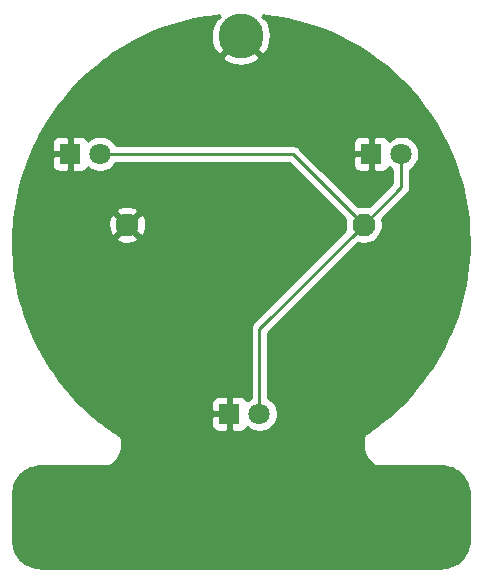
<source format=gbr>
%TF.GenerationSoftware,KiCad,Pcbnew,5.1.6*%
%TF.CreationDate,2020-09-20T17:35:54+02:00*%
%TF.ProjectId,ICanSolder,4943616e-536f-46c6-9465-722e6b696361,rev?*%
%TF.SameCoordinates,Original*%
%TF.FileFunction,Copper,L2,Bot*%
%TF.FilePolarity,Positive*%
%FSLAX46Y46*%
G04 Gerber Fmt 4.6, Leading zero omitted, Abs format (unit mm)*
G04 Created by KiCad (PCBNEW 5.1.6) date 2020-09-20 17:35:54*
%MOMM*%
%LPD*%
G01*
G04 APERTURE LIST*
%TA.AperFunction,ComponentPad*%
%ADD10C,3.800000*%
%TD*%
%TA.AperFunction,ComponentPad*%
%ADD11C,1.800000*%
%TD*%
%TA.AperFunction,ComponentPad*%
%ADD12R,1.800000X1.800000*%
%TD*%
%TA.AperFunction,ComponentPad*%
%ADD13C,1.948180*%
%TD*%
%TA.AperFunction,Conductor*%
%ADD14C,0.250000*%
%TD*%
%TA.AperFunction,Conductor*%
%ADD15C,0.254000*%
%TD*%
G04 APERTURE END LIST*
D10*
%TO.P,H1,1*%
%TO.N,GND*%
X180962489Y-98000000D03*
%TD*%
D11*
%TO.P,D1,2*%
%TO.N,VCC*%
X169040000Y-108000000D03*
D12*
%TO.P,D1,1*%
%TO.N,GND*%
X166500000Y-108000000D03*
%TD*%
D11*
%TO.P,D3,2*%
%TO.N,VCC*%
X194540000Y-108000000D03*
D12*
%TO.P,D3,1*%
%TO.N,GND*%
X192000000Y-108000000D03*
%TD*%
D11*
%TO.P,D2,2*%
%TO.N,VCC*%
X182540000Y-130000000D03*
D12*
%TO.P,D2,1*%
%TO.N,GND*%
X180000000Y-130000000D03*
%TD*%
D13*
%TO.P,BT1,2*%
%TO.N,GND*%
X171351680Y-114000000D03*
%TO.P,BT1,1*%
%TO.N,VCC*%
X191349100Y-114000000D03*
%TD*%
D14*
%TO.N,VCC*%
X182540000Y-122809100D02*
X191349100Y-114000000D01*
X182540000Y-130000000D02*
X182540000Y-122809100D01*
X194540000Y-110809100D02*
X191349100Y-114000000D01*
X194540000Y-108000000D02*
X194540000Y-110809100D01*
X185349100Y-108000000D02*
X191349100Y-114000000D01*
X169040000Y-108000000D02*
X185349100Y-108000000D01*
%TD*%
D15*
%TO.N,GND*%
G36*
X182935944Y-96285054D02*
G01*
X183901653Y-96407837D01*
X184851881Y-96577510D01*
X185784727Y-96792532D01*
X186699616Y-97052435D01*
X187596323Y-97355809D01*
X188472331Y-97700992D01*
X189326644Y-98087702D01*
X190158597Y-98513390D01*
X190966324Y-98977877D01*
X191749165Y-99479902D01*
X192505489Y-100018071D01*
X193234810Y-100590541D01*
X193934835Y-101197315D01*
X194604798Y-101836349D01*
X195243713Y-102506216D01*
X195850092Y-103206427D01*
X196423142Y-103935777D01*
X196961280Y-104691880D01*
X197463065Y-105474831D01*
X197927866Y-106282829D01*
X198353909Y-107114432D01*
X198739910Y-107969127D01*
X199085349Y-108844933D01*
X199388780Y-109740877D01*
X199648497Y-110656139D01*
X199863606Y-111589723D01*
X200033256Y-112539351D01*
X200155918Y-113505132D01*
X200230802Y-114484983D01*
X200255915Y-115481003D01*
X200242924Y-116193933D01*
X200203585Y-116904385D01*
X200138164Y-117609661D01*
X200047952Y-118308454D01*
X199932476Y-119001030D01*
X199792464Y-119686676D01*
X199628193Y-120364303D01*
X199440194Y-121033310D01*
X199228080Y-121694162D01*
X198993550Y-122345912D01*
X198735582Y-122986746D01*
X198455367Y-123618000D01*
X198153692Y-124237699D01*
X197829750Y-124845474D01*
X197484666Y-125441575D01*
X197119144Y-126024210D01*
X196732170Y-126593938D01*
X196325780Y-127150105D01*
X195899826Y-127690718D01*
X195453682Y-128216585D01*
X194989090Y-128726665D01*
X194505425Y-129220806D01*
X194003704Y-129697991D01*
X193484398Y-130158036D01*
X192947128Y-130599502D01*
X192393181Y-131022884D01*
X191821651Y-131427069D01*
X191686893Y-131515332D01*
X191673023Y-131521655D01*
X191630575Y-131552220D01*
X191615073Y-131562373D01*
X191603259Y-131571888D01*
X191563523Y-131600500D01*
X191550825Y-131614120D01*
X191536318Y-131625804D01*
X191504897Y-131663382D01*
X191471509Y-131699193D01*
X191461713Y-131715027D01*
X191449763Y-131729318D01*
X191426280Y-131772298D01*
X191400516Y-131813941D01*
X191393995Y-131831387D01*
X191385066Y-131847730D01*
X191370422Y-131894457D01*
X191365112Y-131908664D01*
X191360357Y-131926574D01*
X191344714Y-131976488D01*
X191343081Y-131991641D01*
X191330552Y-132038828D01*
X191323677Y-132062146D01*
X191321929Y-132071308D01*
X191319533Y-132080331D01*
X191315626Y-132104335D01*
X191297728Y-132198129D01*
X191292176Y-132224395D01*
X191291432Y-132231126D01*
X191290161Y-132237785D01*
X191287736Y-132264547D01*
X191277069Y-132361010D01*
X191273740Y-132385082D01*
X191273373Y-132394433D01*
X191272345Y-132403728D01*
X191272054Y-132428016D01*
X191268291Y-132523874D01*
X191266676Y-132548026D01*
X191266972Y-132557456D01*
X191266602Y-132566888D01*
X191268028Y-132591059D01*
X191270215Y-132660675D01*
X191270049Y-132680714D01*
X191271271Y-132694277D01*
X191271699Y-132707890D01*
X191274289Y-132727764D01*
X191280198Y-132793333D01*
X191281387Y-132814965D01*
X191283215Y-132826812D01*
X191284291Y-132838752D01*
X191288342Y-132860040D01*
X191298040Y-132922894D01*
X191300126Y-132941737D01*
X191303165Y-132956109D01*
X191305407Y-132970637D01*
X191310124Y-132989012D01*
X191323201Y-133050850D01*
X191327014Y-133072493D01*
X191330154Y-133083726D01*
X191332570Y-133095152D01*
X191339208Y-133116119D01*
X191356164Y-133176784D01*
X191360714Y-133196034D01*
X191365206Y-133209134D01*
X191368941Y-133222499D01*
X191376119Y-133240965D01*
X191395993Y-133298933D01*
X191401956Y-133318738D01*
X191406904Y-133330754D01*
X191411114Y-133343034D01*
X191419699Y-133361828D01*
X191442700Y-133417690D01*
X191449350Y-133435956D01*
X191455502Y-133448779D01*
X191460915Y-133461926D01*
X191470040Y-133479084D01*
X191496243Y-133533705D01*
X191504844Y-133553392D01*
X191510767Y-133563980D01*
X191516028Y-133574946D01*
X191527199Y-133593352D01*
X191555956Y-133644756D01*
X191564013Y-133660843D01*
X191572380Y-133674115D01*
X191580031Y-133687791D01*
X191590300Y-133702539D01*
X191620948Y-133751152D01*
X191631149Y-133768811D01*
X191638868Y-133779577D01*
X191645939Y-133790793D01*
X191658467Y-133806912D01*
X191693205Y-133855363D01*
X191704324Y-133872231D01*
X191712791Y-133882681D01*
X191720630Y-133893614D01*
X191733955Y-133908801D01*
X191770795Y-133954267D01*
X191782383Y-133969849D01*
X191791959Y-133980386D01*
X191800928Y-133991456D01*
X191814576Y-134005276D01*
X191853358Y-134047953D01*
X191865769Y-134062810D01*
X191875968Y-134072833D01*
X191885584Y-134083415D01*
X191899943Y-134096395D01*
X191941028Y-134136772D01*
X191954318Y-134150963D01*
X191965008Y-134160339D01*
X191975148Y-134170304D01*
X191990284Y-134182507D01*
X192033387Y-134220311D01*
X192047344Y-134233627D01*
X192058664Y-134242480D01*
X192069468Y-134251956D01*
X192085148Y-134263193D01*
X192135499Y-134302573D01*
X192181438Y-134340274D01*
X192218380Y-134360020D01*
X192253727Y-134382455D01*
X192277730Y-134391743D01*
X192300439Y-134403881D01*
X192340520Y-134416039D01*
X192379568Y-134431149D01*
X192404924Y-134435576D01*
X192429562Y-134443050D01*
X192471243Y-134447155D01*
X192512490Y-134454357D01*
X192571852Y-134452962D01*
X197917547Y-134452962D01*
X198173228Y-134465724D01*
X198404072Y-134500893D01*
X198626113Y-134557629D01*
X198838291Y-134634933D01*
X199040524Y-134732176D01*
X199230862Y-134847396D01*
X199408662Y-134980543D01*
X199572983Y-135129740D01*
X199722374Y-135294255D01*
X199855158Y-135471639D01*
X199970433Y-135662270D01*
X200067880Y-135864927D01*
X200145290Y-136076836D01*
X200201759Y-136298633D01*
X200237004Y-136529779D01*
X200249988Y-136785709D01*
X200249987Y-140695367D01*
X200237004Y-140951056D01*
X200201746Y-141182487D01*
X200145290Y-141404234D01*
X200067880Y-141616143D01*
X199970506Y-141818648D01*
X199855157Y-142009198D01*
X199722372Y-142186788D01*
X199572979Y-142351100D01*
X199408664Y-142500497D01*
X199231078Y-142633279D01*
X199040524Y-142748630D01*
X198838026Y-142846000D01*
X198626109Y-142923412D01*
X198404356Y-142979869D01*
X198172933Y-143015126D01*
X197917250Y-143028108D01*
X164007775Y-143028108D01*
X163752073Y-143015126D01*
X163520683Y-142979871D01*
X163298968Y-142923418D01*
X163087047Y-142845998D01*
X162884392Y-142748571D01*
X162693866Y-142633311D01*
X162516470Y-142500534D01*
X162351978Y-142351089D01*
X162202712Y-142186806D01*
X162069704Y-142009025D01*
X161954391Y-141818671D01*
X161857187Y-141616307D01*
X161779718Y-141404179D01*
X161723200Y-141182428D01*
X161687993Y-140951204D01*
X161675097Y-140695490D01*
X161675097Y-136785565D01*
X161687994Y-136529631D01*
X161723187Y-136298692D01*
X161779718Y-136076891D01*
X161857187Y-135864763D01*
X161954462Y-135662251D01*
X162069702Y-135471813D01*
X162202714Y-135294233D01*
X162351967Y-135129758D01*
X162516469Y-134980508D01*
X162694079Y-134847366D01*
X162884392Y-134732235D01*
X163086789Y-134634933D01*
X163298965Y-134557622D01*
X163520971Y-134500891D01*
X163751784Y-134465724D01*
X164007495Y-134452962D01*
X169610195Y-134452962D01*
X169669732Y-134454328D01*
X169710786Y-134447136D01*
X169752273Y-134443050D01*
X169777095Y-134435520D01*
X169802642Y-134431045D01*
X169841504Y-134415982D01*
X169881396Y-134403881D01*
X169904274Y-134391653D01*
X169928455Y-134382280D01*
X169963630Y-134359926D01*
X170000397Y-134340274D01*
X170046469Y-134302463D01*
X170096381Y-134263381D01*
X170111525Y-134252561D01*
X170122859Y-134242649D01*
X170134704Y-134233374D01*
X170148159Y-134220523D01*
X170191339Y-134182759D01*
X170206901Y-134170207D01*
X170216638Y-134160633D01*
X170226923Y-134151639D01*
X170240615Y-134137060D01*
X170282245Y-134096131D01*
X170296773Y-134082974D01*
X170306218Y-134072561D01*
X170316244Y-134062704D01*
X170328805Y-134047660D01*
X170367679Y-134004804D01*
X170381322Y-133990962D01*
X170390265Y-133979904D01*
X170399823Y-133969366D01*
X170411410Y-133953755D01*
X170447903Y-133908628D01*
X170460960Y-133893756D01*
X170469050Y-133882479D01*
X170477769Y-133871697D01*
X170488639Y-133855173D01*
X170522803Y-133807548D01*
X170534976Y-133791952D01*
X170542396Y-133780236D01*
X170550483Y-133768963D01*
X170560388Y-133751828D01*
X170591667Y-133702440D01*
X170602781Y-133686396D01*
X170609664Y-133674023D01*
X170617231Y-133662075D01*
X170625998Y-133644660D01*
X170654624Y-133593202D01*
X170665047Y-133576102D01*
X170670962Y-133563832D01*
X170677590Y-133551918D01*
X170685567Y-133533538D01*
X170711702Y-133479326D01*
X170721300Y-133461231D01*
X170726305Y-133449038D01*
X170732027Y-133437168D01*
X170739071Y-133417935D01*
X170762273Y-133361404D01*
X170770739Y-133342856D01*
X170775044Y-133330289D01*
X170780082Y-133318014D01*
X170785932Y-133298503D01*
X170805739Y-133240682D01*
X170812940Y-133222124D01*
X170816638Y-133208865D01*
X170821096Y-133195850D01*
X170825668Y-133176486D01*
X170842344Y-133116690D01*
X170848729Y-133096680D01*
X170851378Y-133084294D01*
X170854777Y-133072107D01*
X170858407Y-133051435D01*
X170871719Y-132989196D01*
X170876745Y-132969474D01*
X170878753Y-132956311D01*
X170881536Y-132943298D01*
X170883820Y-132923085D01*
X170893481Y-132859746D01*
X170897383Y-132839337D01*
X170898550Y-132826512D01*
X170900491Y-132813785D01*
X170901596Y-132793033D01*
X170907551Y-132727579D01*
X170910214Y-132706916D01*
X170910599Y-132694075D01*
X170911761Y-132681305D01*
X170911606Y-132660497D01*
X170913787Y-132587807D01*
X170915133Y-132561356D01*
X170914794Y-132554204D01*
X170915009Y-132547049D01*
X170913205Y-132520639D01*
X170907907Y-132408727D01*
X170907042Y-132380725D01*
X170906317Y-132375140D01*
X170906051Y-132369519D01*
X170901994Y-132341829D01*
X170887835Y-132232738D01*
X170881345Y-132172890D01*
X170869048Y-132133744D01*
X170859802Y-132093760D01*
X170848876Y-132069527D01*
X170840907Y-132044159D01*
X170821205Y-132008157D01*
X170804340Y-131970752D01*
X170788894Y-131949113D01*
X170776131Y-131925791D01*
X170749789Y-131894330D01*
X170725946Y-131860928D01*
X170706574Y-131842718D01*
X170689507Y-131822334D01*
X170657524Y-131796609D01*
X170627632Y-131768509D01*
X170576564Y-131736622D01*
X170103110Y-131426969D01*
X169531940Y-131022914D01*
X169371121Y-130900000D01*
X178461928Y-130900000D01*
X178474188Y-131024482D01*
X178510498Y-131144180D01*
X178569463Y-131254494D01*
X178648815Y-131351185D01*
X178745506Y-131430537D01*
X178855820Y-131489502D01*
X178975518Y-131525812D01*
X179100000Y-131538072D01*
X179714250Y-131535000D01*
X179873000Y-131376250D01*
X179873000Y-130127000D01*
X178623750Y-130127000D01*
X178465000Y-130285750D01*
X178461928Y-130900000D01*
X169371121Y-130900000D01*
X168977948Y-130599498D01*
X168440506Y-130157996D01*
X167921221Y-129698015D01*
X167419557Y-129220862D01*
X167301283Y-129100000D01*
X178461928Y-129100000D01*
X178465000Y-129714250D01*
X178623750Y-129873000D01*
X179873000Y-129873000D01*
X179873000Y-128623750D01*
X179714250Y-128465000D01*
X179100000Y-128461928D01*
X178975518Y-128474188D01*
X178855820Y-128510498D01*
X178745506Y-128569463D01*
X178648815Y-128648815D01*
X178569463Y-128745506D01*
X178510498Y-128855820D01*
X178474188Y-128975518D01*
X178461928Y-129100000D01*
X167301283Y-129100000D01*
X166935961Y-128726688D01*
X166471370Y-128216695D01*
X166025596Y-127690722D01*
X165599052Y-127149976D01*
X165192845Y-126593990D01*
X164805905Y-126024202D01*
X164440230Y-125441566D01*
X164095300Y-124845553D01*
X163771419Y-124237706D01*
X163469540Y-123617955D01*
X163189456Y-122986828D01*
X162931548Y-122345956D01*
X162697007Y-121694171D01*
X162484854Y-121033282D01*
X162296798Y-120364351D01*
X162132604Y-119686622D01*
X161992395Y-119001006D01*
X161877132Y-118308479D01*
X161786784Y-117609619D01*
X161721392Y-116904387D01*
X161681976Y-116193946D01*
X161669062Y-115481024D01*
X161678227Y-115116935D01*
X170414350Y-115116935D01*
X170506985Y-115378688D01*
X170792185Y-115516989D01*
X171098885Y-115596992D01*
X171415300Y-115615624D01*
X171729270Y-115572169D01*
X172028730Y-115468297D01*
X172196375Y-115378688D01*
X172289010Y-115116935D01*
X171351680Y-114179605D01*
X170414350Y-115116935D01*
X161678227Y-115116935D01*
X161694074Y-114487436D01*
X161726307Y-114063620D01*
X169736056Y-114063620D01*
X169779511Y-114377590D01*
X169883383Y-114677050D01*
X169972992Y-114844695D01*
X170234745Y-114937330D01*
X171172075Y-114000000D01*
X171531285Y-114000000D01*
X172468615Y-114937330D01*
X172730368Y-114844695D01*
X172868669Y-114559495D01*
X172948672Y-114252795D01*
X172967304Y-113936380D01*
X172923849Y-113622410D01*
X172819977Y-113322950D01*
X172730368Y-113155305D01*
X172468615Y-113062670D01*
X171531285Y-114000000D01*
X171172075Y-114000000D01*
X170234745Y-113062670D01*
X169972992Y-113155305D01*
X169834691Y-113440505D01*
X169754688Y-113747205D01*
X169736056Y-114063620D01*
X161726307Y-114063620D01*
X161768443Y-113509606D01*
X161847952Y-112883065D01*
X170414350Y-112883065D01*
X171351680Y-113820395D01*
X172289010Y-112883065D01*
X172196375Y-112621312D01*
X171911175Y-112483011D01*
X171604475Y-112403008D01*
X171288060Y-112384376D01*
X170974090Y-112427831D01*
X170674630Y-112531703D01*
X170506985Y-112621312D01*
X170414350Y-112883065D01*
X161847952Y-112883065D01*
X161890754Y-112545785D01*
X162059401Y-111597682D01*
X162273920Y-110666328D01*
X162532848Y-109752802D01*
X162820614Y-108900000D01*
X164961928Y-108900000D01*
X164974188Y-109024482D01*
X165010498Y-109144180D01*
X165069463Y-109254494D01*
X165148815Y-109351185D01*
X165245506Y-109430537D01*
X165355820Y-109489502D01*
X165475518Y-109525812D01*
X165600000Y-109538072D01*
X166214250Y-109535000D01*
X166373000Y-109376250D01*
X166373000Y-108127000D01*
X165123750Y-108127000D01*
X164965000Y-108285750D01*
X164961928Y-108900000D01*
X162820614Y-108900000D01*
X162834690Y-108858287D01*
X163178928Y-107983694D01*
X163563626Y-107130485D01*
X163579207Y-107100000D01*
X164961928Y-107100000D01*
X164965000Y-107714250D01*
X165123750Y-107873000D01*
X166373000Y-107873000D01*
X166373000Y-106623750D01*
X166627000Y-106623750D01*
X166627000Y-107873000D01*
X166647000Y-107873000D01*
X166647000Y-108127000D01*
X166627000Y-108127000D01*
X166627000Y-109376250D01*
X166785750Y-109535000D01*
X167400000Y-109538072D01*
X167524482Y-109525812D01*
X167644180Y-109489502D01*
X167754494Y-109430537D01*
X167851185Y-109351185D01*
X167930537Y-109254494D01*
X167989502Y-109144180D01*
X167995056Y-109125873D01*
X168061495Y-109192312D01*
X168312905Y-109360299D01*
X168592257Y-109476011D01*
X168888816Y-109535000D01*
X169191184Y-109535000D01*
X169487743Y-109476011D01*
X169767095Y-109360299D01*
X170018505Y-109192312D01*
X170232312Y-108978505D01*
X170378313Y-108760000D01*
X185034299Y-108760000D01*
X189802753Y-113528456D01*
X189801846Y-113530646D01*
X189740010Y-113841518D01*
X189740010Y-114158482D01*
X189801846Y-114469354D01*
X189802753Y-114471545D01*
X182028998Y-122245301D01*
X182000000Y-122269099D01*
X181976202Y-122298097D01*
X181976201Y-122298098D01*
X181905026Y-122384824D01*
X181834454Y-122516854D01*
X181790998Y-122660115D01*
X181776324Y-122809100D01*
X181780001Y-122846432D01*
X181780000Y-128661687D01*
X181561495Y-128807688D01*
X181495056Y-128874127D01*
X181489502Y-128855820D01*
X181430537Y-128745506D01*
X181351185Y-128648815D01*
X181254494Y-128569463D01*
X181144180Y-128510498D01*
X181024482Y-128474188D01*
X180900000Y-128461928D01*
X180285750Y-128465000D01*
X180127000Y-128623750D01*
X180127000Y-129873000D01*
X180147000Y-129873000D01*
X180147000Y-130127000D01*
X180127000Y-130127000D01*
X180127000Y-131376250D01*
X180285750Y-131535000D01*
X180900000Y-131538072D01*
X181024482Y-131525812D01*
X181144180Y-131489502D01*
X181254494Y-131430537D01*
X181351185Y-131351185D01*
X181430537Y-131254494D01*
X181489502Y-131144180D01*
X181495056Y-131125873D01*
X181561495Y-131192312D01*
X181812905Y-131360299D01*
X182092257Y-131476011D01*
X182388816Y-131535000D01*
X182691184Y-131535000D01*
X182987743Y-131476011D01*
X183267095Y-131360299D01*
X183518505Y-131192312D01*
X183732312Y-130978505D01*
X183900299Y-130727095D01*
X184016011Y-130447743D01*
X184075000Y-130151184D01*
X184075000Y-129848816D01*
X184016011Y-129552257D01*
X183900299Y-129272905D01*
X183732312Y-129021495D01*
X183518505Y-128807688D01*
X183300000Y-128661687D01*
X183300000Y-123123901D01*
X190877555Y-115546347D01*
X190879746Y-115547254D01*
X191190618Y-115609090D01*
X191507582Y-115609090D01*
X191818454Y-115547254D01*
X192111290Y-115425957D01*
X192374835Y-115249862D01*
X192598962Y-115025735D01*
X192775057Y-114762190D01*
X192896354Y-114469354D01*
X192958190Y-114158482D01*
X192958190Y-113841518D01*
X192896354Y-113530646D01*
X192895446Y-113528455D01*
X195051003Y-111372899D01*
X195080001Y-111349101D01*
X195116163Y-111305038D01*
X195174974Y-111233377D01*
X195245546Y-111101347D01*
X195270241Y-111019936D01*
X195289003Y-110958086D01*
X195300000Y-110846433D01*
X195300000Y-110846424D01*
X195303676Y-110809101D01*
X195300000Y-110771778D01*
X195300000Y-109338313D01*
X195518505Y-109192312D01*
X195732312Y-108978505D01*
X195900299Y-108727095D01*
X196016011Y-108447743D01*
X196075000Y-108151184D01*
X196075000Y-107848816D01*
X196016011Y-107552257D01*
X195900299Y-107272905D01*
X195732312Y-107021495D01*
X195518505Y-106807688D01*
X195267095Y-106639701D01*
X194987743Y-106523989D01*
X194691184Y-106465000D01*
X194388816Y-106465000D01*
X194092257Y-106523989D01*
X193812905Y-106639701D01*
X193561495Y-106807688D01*
X193495056Y-106874127D01*
X193489502Y-106855820D01*
X193430537Y-106745506D01*
X193351185Y-106648815D01*
X193254494Y-106569463D01*
X193144180Y-106510498D01*
X193024482Y-106474188D01*
X192900000Y-106461928D01*
X192285750Y-106465000D01*
X192127000Y-106623750D01*
X192127000Y-107873000D01*
X192147000Y-107873000D01*
X192147000Y-108127000D01*
X192127000Y-108127000D01*
X192127000Y-109376250D01*
X192285750Y-109535000D01*
X192900000Y-109538072D01*
X193024482Y-109525812D01*
X193144180Y-109489502D01*
X193254494Y-109430537D01*
X193351185Y-109351185D01*
X193430537Y-109254494D01*
X193489502Y-109144180D01*
X193495056Y-109125873D01*
X193561495Y-109192312D01*
X193780000Y-109338313D01*
X193780001Y-110494297D01*
X191820645Y-112453654D01*
X191818454Y-112452746D01*
X191507582Y-112390910D01*
X191190618Y-112390910D01*
X190879746Y-112452746D01*
X190877556Y-112453653D01*
X187323902Y-108900000D01*
X190461928Y-108900000D01*
X190474188Y-109024482D01*
X190510498Y-109144180D01*
X190569463Y-109254494D01*
X190648815Y-109351185D01*
X190745506Y-109430537D01*
X190855820Y-109489502D01*
X190975518Y-109525812D01*
X191100000Y-109538072D01*
X191714250Y-109535000D01*
X191873000Y-109376250D01*
X191873000Y-108127000D01*
X190623750Y-108127000D01*
X190465000Y-108285750D01*
X190461928Y-108900000D01*
X187323902Y-108900000D01*
X185912904Y-107489003D01*
X185889101Y-107459999D01*
X185773376Y-107365026D01*
X185641347Y-107294454D01*
X185498086Y-107250997D01*
X185386433Y-107240000D01*
X185386422Y-107240000D01*
X185349100Y-107236324D01*
X185311778Y-107240000D01*
X170378313Y-107240000D01*
X170284768Y-107100000D01*
X190461928Y-107100000D01*
X190465000Y-107714250D01*
X190623750Y-107873000D01*
X191873000Y-107873000D01*
X191873000Y-106623750D01*
X191714250Y-106465000D01*
X191100000Y-106461928D01*
X190975518Y-106474188D01*
X190855820Y-106510498D01*
X190745506Y-106569463D01*
X190648815Y-106648815D01*
X190569463Y-106745506D01*
X190510498Y-106855820D01*
X190474188Y-106975518D01*
X190461928Y-107100000D01*
X170284768Y-107100000D01*
X170232312Y-107021495D01*
X170018505Y-106807688D01*
X169767095Y-106639701D01*
X169487743Y-106523989D01*
X169191184Y-106465000D01*
X168888816Y-106465000D01*
X168592257Y-106523989D01*
X168312905Y-106639701D01*
X168061495Y-106807688D01*
X167995056Y-106874127D01*
X167989502Y-106855820D01*
X167930537Y-106745506D01*
X167851185Y-106648815D01*
X167754494Y-106569463D01*
X167644180Y-106510498D01*
X167524482Y-106474188D01*
X167400000Y-106461928D01*
X166785750Y-106465000D01*
X166627000Y-106623750D01*
X166373000Y-106623750D01*
X166214250Y-106465000D01*
X165600000Y-106461928D01*
X165475518Y-106474188D01*
X165355820Y-106510498D01*
X165245506Y-106569463D01*
X165148815Y-106648815D01*
X165069463Y-106745506D01*
X165010498Y-106855820D01*
X164974188Y-106975518D01*
X164961928Y-107100000D01*
X163579207Y-107100000D01*
X163988283Y-106299642D01*
X164450823Y-105492796D01*
X164950894Y-104711275D01*
X165487002Y-103955010D01*
X166057420Y-103226888D01*
X166661822Y-102527174D01*
X167298683Y-101857375D01*
X167966636Y-101218869D01*
X168664461Y-100611899D01*
X169391101Y-100038978D01*
X169758969Y-99776349D01*
X179365745Y-99776349D01*
X179569851Y-100132867D01*
X180012712Y-100363575D01*
X180492072Y-100503452D01*
X180989510Y-100547123D01*
X181485911Y-100492909D01*
X181962196Y-100342894D01*
X182355127Y-100132867D01*
X182559233Y-99776349D01*
X180962489Y-98179605D01*
X179365745Y-99776349D01*
X169758969Y-99776349D01*
X170144744Y-99500936D01*
X170925345Y-98998338D01*
X171730642Y-98532820D01*
X172559972Y-98106181D01*
X173411755Y-97718463D01*
X174285269Y-97371749D01*
X175178874Y-97066900D01*
X176091747Y-96805008D01*
X177022277Y-96587968D01*
X177969927Y-96415801D01*
X178933095Y-96290541D01*
X179082241Y-96278740D01*
X179071931Y-96289050D01*
X179186138Y-96403257D01*
X178829622Y-96607362D01*
X178598914Y-97050223D01*
X178459037Y-97529583D01*
X178415366Y-98027021D01*
X178469580Y-98523422D01*
X178619595Y-98999707D01*
X178829622Y-99392638D01*
X179186140Y-99596744D01*
X180782884Y-98000000D01*
X180768742Y-97985858D01*
X180948347Y-97806253D01*
X180962489Y-97820395D01*
X180976632Y-97806253D01*
X181156237Y-97985858D01*
X181142094Y-98000000D01*
X182738838Y-99596744D01*
X183095356Y-99392638D01*
X183326064Y-98949777D01*
X183465941Y-98470417D01*
X183509612Y-97972979D01*
X183455398Y-97476578D01*
X183305383Y-97000293D01*
X183095356Y-96607362D01*
X182738840Y-96403257D01*
X182853047Y-96289050D01*
X182841866Y-96277869D01*
X182935944Y-96285054D01*
G37*
X182935944Y-96285054D02*
X183901653Y-96407837D01*
X184851881Y-96577510D01*
X185784727Y-96792532D01*
X186699616Y-97052435D01*
X187596323Y-97355809D01*
X188472331Y-97700992D01*
X189326644Y-98087702D01*
X190158597Y-98513390D01*
X190966324Y-98977877D01*
X191749165Y-99479902D01*
X192505489Y-100018071D01*
X193234810Y-100590541D01*
X193934835Y-101197315D01*
X194604798Y-101836349D01*
X195243713Y-102506216D01*
X195850092Y-103206427D01*
X196423142Y-103935777D01*
X196961280Y-104691880D01*
X197463065Y-105474831D01*
X197927866Y-106282829D01*
X198353909Y-107114432D01*
X198739910Y-107969127D01*
X199085349Y-108844933D01*
X199388780Y-109740877D01*
X199648497Y-110656139D01*
X199863606Y-111589723D01*
X200033256Y-112539351D01*
X200155918Y-113505132D01*
X200230802Y-114484983D01*
X200255915Y-115481003D01*
X200242924Y-116193933D01*
X200203585Y-116904385D01*
X200138164Y-117609661D01*
X200047952Y-118308454D01*
X199932476Y-119001030D01*
X199792464Y-119686676D01*
X199628193Y-120364303D01*
X199440194Y-121033310D01*
X199228080Y-121694162D01*
X198993550Y-122345912D01*
X198735582Y-122986746D01*
X198455367Y-123618000D01*
X198153692Y-124237699D01*
X197829750Y-124845474D01*
X197484666Y-125441575D01*
X197119144Y-126024210D01*
X196732170Y-126593938D01*
X196325780Y-127150105D01*
X195899826Y-127690718D01*
X195453682Y-128216585D01*
X194989090Y-128726665D01*
X194505425Y-129220806D01*
X194003704Y-129697991D01*
X193484398Y-130158036D01*
X192947128Y-130599502D01*
X192393181Y-131022884D01*
X191821651Y-131427069D01*
X191686893Y-131515332D01*
X191673023Y-131521655D01*
X191630575Y-131552220D01*
X191615073Y-131562373D01*
X191603259Y-131571888D01*
X191563523Y-131600500D01*
X191550825Y-131614120D01*
X191536318Y-131625804D01*
X191504897Y-131663382D01*
X191471509Y-131699193D01*
X191461713Y-131715027D01*
X191449763Y-131729318D01*
X191426280Y-131772298D01*
X191400516Y-131813941D01*
X191393995Y-131831387D01*
X191385066Y-131847730D01*
X191370422Y-131894457D01*
X191365112Y-131908664D01*
X191360357Y-131926574D01*
X191344714Y-131976488D01*
X191343081Y-131991641D01*
X191330552Y-132038828D01*
X191323677Y-132062146D01*
X191321929Y-132071308D01*
X191319533Y-132080331D01*
X191315626Y-132104335D01*
X191297728Y-132198129D01*
X191292176Y-132224395D01*
X191291432Y-132231126D01*
X191290161Y-132237785D01*
X191287736Y-132264547D01*
X191277069Y-132361010D01*
X191273740Y-132385082D01*
X191273373Y-132394433D01*
X191272345Y-132403728D01*
X191272054Y-132428016D01*
X191268291Y-132523874D01*
X191266676Y-132548026D01*
X191266972Y-132557456D01*
X191266602Y-132566888D01*
X191268028Y-132591059D01*
X191270215Y-132660675D01*
X191270049Y-132680714D01*
X191271271Y-132694277D01*
X191271699Y-132707890D01*
X191274289Y-132727764D01*
X191280198Y-132793333D01*
X191281387Y-132814965D01*
X191283215Y-132826812D01*
X191284291Y-132838752D01*
X191288342Y-132860040D01*
X191298040Y-132922894D01*
X191300126Y-132941737D01*
X191303165Y-132956109D01*
X191305407Y-132970637D01*
X191310124Y-132989012D01*
X191323201Y-133050850D01*
X191327014Y-133072493D01*
X191330154Y-133083726D01*
X191332570Y-133095152D01*
X191339208Y-133116119D01*
X191356164Y-133176784D01*
X191360714Y-133196034D01*
X191365206Y-133209134D01*
X191368941Y-133222499D01*
X191376119Y-133240965D01*
X191395993Y-133298933D01*
X191401956Y-133318738D01*
X191406904Y-133330754D01*
X191411114Y-133343034D01*
X191419699Y-133361828D01*
X191442700Y-133417690D01*
X191449350Y-133435956D01*
X191455502Y-133448779D01*
X191460915Y-133461926D01*
X191470040Y-133479084D01*
X191496243Y-133533705D01*
X191504844Y-133553392D01*
X191510767Y-133563980D01*
X191516028Y-133574946D01*
X191527199Y-133593352D01*
X191555956Y-133644756D01*
X191564013Y-133660843D01*
X191572380Y-133674115D01*
X191580031Y-133687791D01*
X191590300Y-133702539D01*
X191620948Y-133751152D01*
X191631149Y-133768811D01*
X191638868Y-133779577D01*
X191645939Y-133790793D01*
X191658467Y-133806912D01*
X191693205Y-133855363D01*
X191704324Y-133872231D01*
X191712791Y-133882681D01*
X191720630Y-133893614D01*
X191733955Y-133908801D01*
X191770795Y-133954267D01*
X191782383Y-133969849D01*
X191791959Y-133980386D01*
X191800928Y-133991456D01*
X191814576Y-134005276D01*
X191853358Y-134047953D01*
X191865769Y-134062810D01*
X191875968Y-134072833D01*
X191885584Y-134083415D01*
X191899943Y-134096395D01*
X191941028Y-134136772D01*
X191954318Y-134150963D01*
X191965008Y-134160339D01*
X191975148Y-134170304D01*
X191990284Y-134182507D01*
X192033387Y-134220311D01*
X192047344Y-134233627D01*
X192058664Y-134242480D01*
X192069468Y-134251956D01*
X192085148Y-134263193D01*
X192135499Y-134302573D01*
X192181438Y-134340274D01*
X192218380Y-134360020D01*
X192253727Y-134382455D01*
X192277730Y-134391743D01*
X192300439Y-134403881D01*
X192340520Y-134416039D01*
X192379568Y-134431149D01*
X192404924Y-134435576D01*
X192429562Y-134443050D01*
X192471243Y-134447155D01*
X192512490Y-134454357D01*
X192571852Y-134452962D01*
X197917547Y-134452962D01*
X198173228Y-134465724D01*
X198404072Y-134500893D01*
X198626113Y-134557629D01*
X198838291Y-134634933D01*
X199040524Y-134732176D01*
X199230862Y-134847396D01*
X199408662Y-134980543D01*
X199572983Y-135129740D01*
X199722374Y-135294255D01*
X199855158Y-135471639D01*
X199970433Y-135662270D01*
X200067880Y-135864927D01*
X200145290Y-136076836D01*
X200201759Y-136298633D01*
X200237004Y-136529779D01*
X200249988Y-136785709D01*
X200249987Y-140695367D01*
X200237004Y-140951056D01*
X200201746Y-141182487D01*
X200145290Y-141404234D01*
X200067880Y-141616143D01*
X199970506Y-141818648D01*
X199855157Y-142009198D01*
X199722372Y-142186788D01*
X199572979Y-142351100D01*
X199408664Y-142500497D01*
X199231078Y-142633279D01*
X199040524Y-142748630D01*
X198838026Y-142846000D01*
X198626109Y-142923412D01*
X198404356Y-142979869D01*
X198172933Y-143015126D01*
X197917250Y-143028108D01*
X164007775Y-143028108D01*
X163752073Y-143015126D01*
X163520683Y-142979871D01*
X163298968Y-142923418D01*
X163087047Y-142845998D01*
X162884392Y-142748571D01*
X162693866Y-142633311D01*
X162516470Y-142500534D01*
X162351978Y-142351089D01*
X162202712Y-142186806D01*
X162069704Y-142009025D01*
X161954391Y-141818671D01*
X161857187Y-141616307D01*
X161779718Y-141404179D01*
X161723200Y-141182428D01*
X161687993Y-140951204D01*
X161675097Y-140695490D01*
X161675097Y-136785565D01*
X161687994Y-136529631D01*
X161723187Y-136298692D01*
X161779718Y-136076891D01*
X161857187Y-135864763D01*
X161954462Y-135662251D01*
X162069702Y-135471813D01*
X162202714Y-135294233D01*
X162351967Y-135129758D01*
X162516469Y-134980508D01*
X162694079Y-134847366D01*
X162884392Y-134732235D01*
X163086789Y-134634933D01*
X163298965Y-134557622D01*
X163520971Y-134500891D01*
X163751784Y-134465724D01*
X164007495Y-134452962D01*
X169610195Y-134452962D01*
X169669732Y-134454328D01*
X169710786Y-134447136D01*
X169752273Y-134443050D01*
X169777095Y-134435520D01*
X169802642Y-134431045D01*
X169841504Y-134415982D01*
X169881396Y-134403881D01*
X169904274Y-134391653D01*
X169928455Y-134382280D01*
X169963630Y-134359926D01*
X170000397Y-134340274D01*
X170046469Y-134302463D01*
X170096381Y-134263381D01*
X170111525Y-134252561D01*
X170122859Y-134242649D01*
X170134704Y-134233374D01*
X170148159Y-134220523D01*
X170191339Y-134182759D01*
X170206901Y-134170207D01*
X170216638Y-134160633D01*
X170226923Y-134151639D01*
X170240615Y-134137060D01*
X170282245Y-134096131D01*
X170296773Y-134082974D01*
X170306218Y-134072561D01*
X170316244Y-134062704D01*
X170328805Y-134047660D01*
X170367679Y-134004804D01*
X170381322Y-133990962D01*
X170390265Y-133979904D01*
X170399823Y-133969366D01*
X170411410Y-133953755D01*
X170447903Y-133908628D01*
X170460960Y-133893756D01*
X170469050Y-133882479D01*
X170477769Y-133871697D01*
X170488639Y-133855173D01*
X170522803Y-133807548D01*
X170534976Y-133791952D01*
X170542396Y-133780236D01*
X170550483Y-133768963D01*
X170560388Y-133751828D01*
X170591667Y-133702440D01*
X170602781Y-133686396D01*
X170609664Y-133674023D01*
X170617231Y-133662075D01*
X170625998Y-133644660D01*
X170654624Y-133593202D01*
X170665047Y-133576102D01*
X170670962Y-133563832D01*
X170677590Y-133551918D01*
X170685567Y-133533538D01*
X170711702Y-133479326D01*
X170721300Y-133461231D01*
X170726305Y-133449038D01*
X170732027Y-133437168D01*
X170739071Y-133417935D01*
X170762273Y-133361404D01*
X170770739Y-133342856D01*
X170775044Y-133330289D01*
X170780082Y-133318014D01*
X170785932Y-133298503D01*
X170805739Y-133240682D01*
X170812940Y-133222124D01*
X170816638Y-133208865D01*
X170821096Y-133195850D01*
X170825668Y-133176486D01*
X170842344Y-133116690D01*
X170848729Y-133096680D01*
X170851378Y-133084294D01*
X170854777Y-133072107D01*
X170858407Y-133051435D01*
X170871719Y-132989196D01*
X170876745Y-132969474D01*
X170878753Y-132956311D01*
X170881536Y-132943298D01*
X170883820Y-132923085D01*
X170893481Y-132859746D01*
X170897383Y-132839337D01*
X170898550Y-132826512D01*
X170900491Y-132813785D01*
X170901596Y-132793033D01*
X170907551Y-132727579D01*
X170910214Y-132706916D01*
X170910599Y-132694075D01*
X170911761Y-132681305D01*
X170911606Y-132660497D01*
X170913787Y-132587807D01*
X170915133Y-132561356D01*
X170914794Y-132554204D01*
X170915009Y-132547049D01*
X170913205Y-132520639D01*
X170907907Y-132408727D01*
X170907042Y-132380725D01*
X170906317Y-132375140D01*
X170906051Y-132369519D01*
X170901994Y-132341829D01*
X170887835Y-132232738D01*
X170881345Y-132172890D01*
X170869048Y-132133744D01*
X170859802Y-132093760D01*
X170848876Y-132069527D01*
X170840907Y-132044159D01*
X170821205Y-132008157D01*
X170804340Y-131970752D01*
X170788894Y-131949113D01*
X170776131Y-131925791D01*
X170749789Y-131894330D01*
X170725946Y-131860928D01*
X170706574Y-131842718D01*
X170689507Y-131822334D01*
X170657524Y-131796609D01*
X170627632Y-131768509D01*
X170576564Y-131736622D01*
X170103110Y-131426969D01*
X169531940Y-131022914D01*
X169371121Y-130900000D01*
X178461928Y-130900000D01*
X178474188Y-131024482D01*
X178510498Y-131144180D01*
X178569463Y-131254494D01*
X178648815Y-131351185D01*
X178745506Y-131430537D01*
X178855820Y-131489502D01*
X178975518Y-131525812D01*
X179100000Y-131538072D01*
X179714250Y-131535000D01*
X179873000Y-131376250D01*
X179873000Y-130127000D01*
X178623750Y-130127000D01*
X178465000Y-130285750D01*
X178461928Y-130900000D01*
X169371121Y-130900000D01*
X168977948Y-130599498D01*
X168440506Y-130157996D01*
X167921221Y-129698015D01*
X167419557Y-129220862D01*
X167301283Y-129100000D01*
X178461928Y-129100000D01*
X178465000Y-129714250D01*
X178623750Y-129873000D01*
X179873000Y-129873000D01*
X179873000Y-128623750D01*
X179714250Y-128465000D01*
X179100000Y-128461928D01*
X178975518Y-128474188D01*
X178855820Y-128510498D01*
X178745506Y-128569463D01*
X178648815Y-128648815D01*
X178569463Y-128745506D01*
X178510498Y-128855820D01*
X178474188Y-128975518D01*
X178461928Y-129100000D01*
X167301283Y-129100000D01*
X166935961Y-128726688D01*
X166471370Y-128216695D01*
X166025596Y-127690722D01*
X165599052Y-127149976D01*
X165192845Y-126593990D01*
X164805905Y-126024202D01*
X164440230Y-125441566D01*
X164095300Y-124845553D01*
X163771419Y-124237706D01*
X163469540Y-123617955D01*
X163189456Y-122986828D01*
X162931548Y-122345956D01*
X162697007Y-121694171D01*
X162484854Y-121033282D01*
X162296798Y-120364351D01*
X162132604Y-119686622D01*
X161992395Y-119001006D01*
X161877132Y-118308479D01*
X161786784Y-117609619D01*
X161721392Y-116904387D01*
X161681976Y-116193946D01*
X161669062Y-115481024D01*
X161678227Y-115116935D01*
X170414350Y-115116935D01*
X170506985Y-115378688D01*
X170792185Y-115516989D01*
X171098885Y-115596992D01*
X171415300Y-115615624D01*
X171729270Y-115572169D01*
X172028730Y-115468297D01*
X172196375Y-115378688D01*
X172289010Y-115116935D01*
X171351680Y-114179605D01*
X170414350Y-115116935D01*
X161678227Y-115116935D01*
X161694074Y-114487436D01*
X161726307Y-114063620D01*
X169736056Y-114063620D01*
X169779511Y-114377590D01*
X169883383Y-114677050D01*
X169972992Y-114844695D01*
X170234745Y-114937330D01*
X171172075Y-114000000D01*
X171531285Y-114000000D01*
X172468615Y-114937330D01*
X172730368Y-114844695D01*
X172868669Y-114559495D01*
X172948672Y-114252795D01*
X172967304Y-113936380D01*
X172923849Y-113622410D01*
X172819977Y-113322950D01*
X172730368Y-113155305D01*
X172468615Y-113062670D01*
X171531285Y-114000000D01*
X171172075Y-114000000D01*
X170234745Y-113062670D01*
X169972992Y-113155305D01*
X169834691Y-113440505D01*
X169754688Y-113747205D01*
X169736056Y-114063620D01*
X161726307Y-114063620D01*
X161768443Y-113509606D01*
X161847952Y-112883065D01*
X170414350Y-112883065D01*
X171351680Y-113820395D01*
X172289010Y-112883065D01*
X172196375Y-112621312D01*
X171911175Y-112483011D01*
X171604475Y-112403008D01*
X171288060Y-112384376D01*
X170974090Y-112427831D01*
X170674630Y-112531703D01*
X170506985Y-112621312D01*
X170414350Y-112883065D01*
X161847952Y-112883065D01*
X161890754Y-112545785D01*
X162059401Y-111597682D01*
X162273920Y-110666328D01*
X162532848Y-109752802D01*
X162820614Y-108900000D01*
X164961928Y-108900000D01*
X164974188Y-109024482D01*
X165010498Y-109144180D01*
X165069463Y-109254494D01*
X165148815Y-109351185D01*
X165245506Y-109430537D01*
X165355820Y-109489502D01*
X165475518Y-109525812D01*
X165600000Y-109538072D01*
X166214250Y-109535000D01*
X166373000Y-109376250D01*
X166373000Y-108127000D01*
X165123750Y-108127000D01*
X164965000Y-108285750D01*
X164961928Y-108900000D01*
X162820614Y-108900000D01*
X162834690Y-108858287D01*
X163178928Y-107983694D01*
X163563626Y-107130485D01*
X163579207Y-107100000D01*
X164961928Y-107100000D01*
X164965000Y-107714250D01*
X165123750Y-107873000D01*
X166373000Y-107873000D01*
X166373000Y-106623750D01*
X166627000Y-106623750D01*
X166627000Y-107873000D01*
X166647000Y-107873000D01*
X166647000Y-108127000D01*
X166627000Y-108127000D01*
X166627000Y-109376250D01*
X166785750Y-109535000D01*
X167400000Y-109538072D01*
X167524482Y-109525812D01*
X167644180Y-109489502D01*
X167754494Y-109430537D01*
X167851185Y-109351185D01*
X167930537Y-109254494D01*
X167989502Y-109144180D01*
X167995056Y-109125873D01*
X168061495Y-109192312D01*
X168312905Y-109360299D01*
X168592257Y-109476011D01*
X168888816Y-109535000D01*
X169191184Y-109535000D01*
X169487743Y-109476011D01*
X169767095Y-109360299D01*
X170018505Y-109192312D01*
X170232312Y-108978505D01*
X170378313Y-108760000D01*
X185034299Y-108760000D01*
X189802753Y-113528456D01*
X189801846Y-113530646D01*
X189740010Y-113841518D01*
X189740010Y-114158482D01*
X189801846Y-114469354D01*
X189802753Y-114471545D01*
X182028998Y-122245301D01*
X182000000Y-122269099D01*
X181976202Y-122298097D01*
X181976201Y-122298098D01*
X181905026Y-122384824D01*
X181834454Y-122516854D01*
X181790998Y-122660115D01*
X181776324Y-122809100D01*
X181780001Y-122846432D01*
X181780000Y-128661687D01*
X181561495Y-128807688D01*
X181495056Y-128874127D01*
X181489502Y-128855820D01*
X181430537Y-128745506D01*
X181351185Y-128648815D01*
X181254494Y-128569463D01*
X181144180Y-128510498D01*
X181024482Y-128474188D01*
X180900000Y-128461928D01*
X180285750Y-128465000D01*
X180127000Y-128623750D01*
X180127000Y-129873000D01*
X180147000Y-129873000D01*
X180147000Y-130127000D01*
X180127000Y-130127000D01*
X180127000Y-131376250D01*
X180285750Y-131535000D01*
X180900000Y-131538072D01*
X181024482Y-131525812D01*
X181144180Y-131489502D01*
X181254494Y-131430537D01*
X181351185Y-131351185D01*
X181430537Y-131254494D01*
X181489502Y-131144180D01*
X181495056Y-131125873D01*
X181561495Y-131192312D01*
X181812905Y-131360299D01*
X182092257Y-131476011D01*
X182388816Y-131535000D01*
X182691184Y-131535000D01*
X182987743Y-131476011D01*
X183267095Y-131360299D01*
X183518505Y-131192312D01*
X183732312Y-130978505D01*
X183900299Y-130727095D01*
X184016011Y-130447743D01*
X184075000Y-130151184D01*
X184075000Y-129848816D01*
X184016011Y-129552257D01*
X183900299Y-129272905D01*
X183732312Y-129021495D01*
X183518505Y-128807688D01*
X183300000Y-128661687D01*
X183300000Y-123123901D01*
X190877555Y-115546347D01*
X190879746Y-115547254D01*
X191190618Y-115609090D01*
X191507582Y-115609090D01*
X191818454Y-115547254D01*
X192111290Y-115425957D01*
X192374835Y-115249862D01*
X192598962Y-115025735D01*
X192775057Y-114762190D01*
X192896354Y-114469354D01*
X192958190Y-114158482D01*
X192958190Y-113841518D01*
X192896354Y-113530646D01*
X192895446Y-113528455D01*
X195051003Y-111372899D01*
X195080001Y-111349101D01*
X195116163Y-111305038D01*
X195174974Y-111233377D01*
X195245546Y-111101347D01*
X195270241Y-111019936D01*
X195289003Y-110958086D01*
X195300000Y-110846433D01*
X195300000Y-110846424D01*
X195303676Y-110809101D01*
X195300000Y-110771778D01*
X195300000Y-109338313D01*
X195518505Y-109192312D01*
X195732312Y-108978505D01*
X195900299Y-108727095D01*
X196016011Y-108447743D01*
X196075000Y-108151184D01*
X196075000Y-107848816D01*
X196016011Y-107552257D01*
X195900299Y-107272905D01*
X195732312Y-107021495D01*
X195518505Y-106807688D01*
X195267095Y-106639701D01*
X194987743Y-106523989D01*
X194691184Y-106465000D01*
X194388816Y-106465000D01*
X194092257Y-106523989D01*
X193812905Y-106639701D01*
X193561495Y-106807688D01*
X193495056Y-106874127D01*
X193489502Y-106855820D01*
X193430537Y-106745506D01*
X193351185Y-106648815D01*
X193254494Y-106569463D01*
X193144180Y-106510498D01*
X193024482Y-106474188D01*
X192900000Y-106461928D01*
X192285750Y-106465000D01*
X192127000Y-106623750D01*
X192127000Y-107873000D01*
X192147000Y-107873000D01*
X192147000Y-108127000D01*
X192127000Y-108127000D01*
X192127000Y-109376250D01*
X192285750Y-109535000D01*
X192900000Y-109538072D01*
X193024482Y-109525812D01*
X193144180Y-109489502D01*
X193254494Y-109430537D01*
X193351185Y-109351185D01*
X193430537Y-109254494D01*
X193489502Y-109144180D01*
X193495056Y-109125873D01*
X193561495Y-109192312D01*
X193780000Y-109338313D01*
X193780001Y-110494297D01*
X191820645Y-112453654D01*
X191818454Y-112452746D01*
X191507582Y-112390910D01*
X191190618Y-112390910D01*
X190879746Y-112452746D01*
X190877556Y-112453653D01*
X187323902Y-108900000D01*
X190461928Y-108900000D01*
X190474188Y-109024482D01*
X190510498Y-109144180D01*
X190569463Y-109254494D01*
X190648815Y-109351185D01*
X190745506Y-109430537D01*
X190855820Y-109489502D01*
X190975518Y-109525812D01*
X191100000Y-109538072D01*
X191714250Y-109535000D01*
X191873000Y-109376250D01*
X191873000Y-108127000D01*
X190623750Y-108127000D01*
X190465000Y-108285750D01*
X190461928Y-108900000D01*
X187323902Y-108900000D01*
X185912904Y-107489003D01*
X185889101Y-107459999D01*
X185773376Y-107365026D01*
X185641347Y-107294454D01*
X185498086Y-107250997D01*
X185386433Y-107240000D01*
X185386422Y-107240000D01*
X185349100Y-107236324D01*
X185311778Y-107240000D01*
X170378313Y-107240000D01*
X170284768Y-107100000D01*
X190461928Y-107100000D01*
X190465000Y-107714250D01*
X190623750Y-107873000D01*
X191873000Y-107873000D01*
X191873000Y-106623750D01*
X191714250Y-106465000D01*
X191100000Y-106461928D01*
X190975518Y-106474188D01*
X190855820Y-106510498D01*
X190745506Y-106569463D01*
X190648815Y-106648815D01*
X190569463Y-106745506D01*
X190510498Y-106855820D01*
X190474188Y-106975518D01*
X190461928Y-107100000D01*
X170284768Y-107100000D01*
X170232312Y-107021495D01*
X170018505Y-106807688D01*
X169767095Y-106639701D01*
X169487743Y-106523989D01*
X169191184Y-106465000D01*
X168888816Y-106465000D01*
X168592257Y-106523989D01*
X168312905Y-106639701D01*
X168061495Y-106807688D01*
X167995056Y-106874127D01*
X167989502Y-106855820D01*
X167930537Y-106745506D01*
X167851185Y-106648815D01*
X167754494Y-106569463D01*
X167644180Y-106510498D01*
X167524482Y-106474188D01*
X167400000Y-106461928D01*
X166785750Y-106465000D01*
X166627000Y-106623750D01*
X166373000Y-106623750D01*
X166214250Y-106465000D01*
X165600000Y-106461928D01*
X165475518Y-106474188D01*
X165355820Y-106510498D01*
X165245506Y-106569463D01*
X165148815Y-106648815D01*
X165069463Y-106745506D01*
X165010498Y-106855820D01*
X164974188Y-106975518D01*
X164961928Y-107100000D01*
X163579207Y-107100000D01*
X163988283Y-106299642D01*
X164450823Y-105492796D01*
X164950894Y-104711275D01*
X165487002Y-103955010D01*
X166057420Y-103226888D01*
X166661822Y-102527174D01*
X167298683Y-101857375D01*
X167966636Y-101218869D01*
X168664461Y-100611899D01*
X169391101Y-100038978D01*
X169758969Y-99776349D01*
X179365745Y-99776349D01*
X179569851Y-100132867D01*
X180012712Y-100363575D01*
X180492072Y-100503452D01*
X180989510Y-100547123D01*
X181485911Y-100492909D01*
X181962196Y-100342894D01*
X182355127Y-100132867D01*
X182559233Y-99776349D01*
X180962489Y-98179605D01*
X179365745Y-99776349D01*
X169758969Y-99776349D01*
X170144744Y-99500936D01*
X170925345Y-98998338D01*
X171730642Y-98532820D01*
X172559972Y-98106181D01*
X173411755Y-97718463D01*
X174285269Y-97371749D01*
X175178874Y-97066900D01*
X176091747Y-96805008D01*
X177022277Y-96587968D01*
X177969927Y-96415801D01*
X178933095Y-96290541D01*
X179082241Y-96278740D01*
X179071931Y-96289050D01*
X179186138Y-96403257D01*
X178829622Y-96607362D01*
X178598914Y-97050223D01*
X178459037Y-97529583D01*
X178415366Y-98027021D01*
X178469580Y-98523422D01*
X178619595Y-98999707D01*
X178829622Y-99392638D01*
X179186140Y-99596744D01*
X180782884Y-98000000D01*
X180768742Y-97985858D01*
X180948347Y-97806253D01*
X180962489Y-97820395D01*
X180976632Y-97806253D01*
X181156237Y-97985858D01*
X181142094Y-98000000D01*
X182738838Y-99596744D01*
X183095356Y-99392638D01*
X183326064Y-98949777D01*
X183465941Y-98470417D01*
X183509612Y-97972979D01*
X183455398Y-97476578D01*
X183305383Y-97000293D01*
X183095356Y-96607362D01*
X182738840Y-96403257D01*
X182853047Y-96289050D01*
X182841866Y-96277869D01*
X182935944Y-96285054D01*
%TD*%
M02*

</source>
